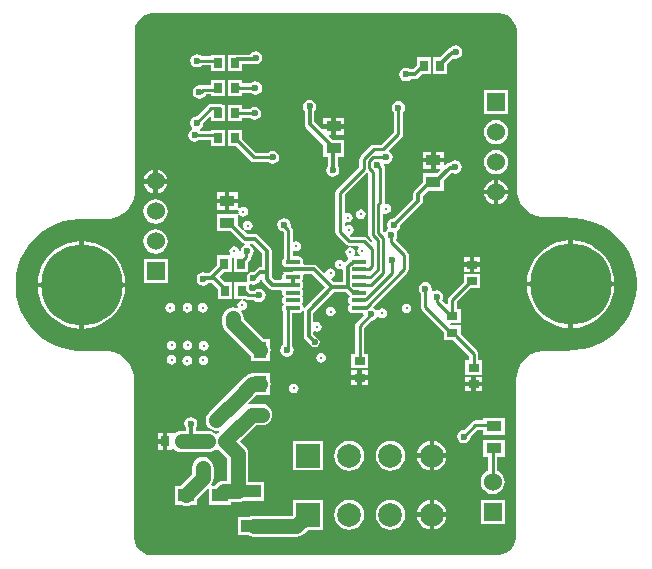
<source format=gbr>
%TF.GenerationSoftware,Altium Limited,Altium Designer,20.0.13 (296)*%
G04 Layer_Physical_Order=4*
G04 Layer_Color=16711680*
%FSLAX25Y25*%
%MOIN*%
%TF.FileFunction,Copper,L4,Bot,Signal*%
%TF.Part,Single*%
G01*
G75*
%TA.AperFunction,SMDPad,CuDef*%
%ADD11R,0.03543X0.02756*%
%ADD14R,0.05118X0.03740*%
%ADD18R,0.02756X0.03543*%
%TA.AperFunction,Conductor*%
%ADD24C,0.01000*%
%ADD25C,0.01181*%
%ADD26C,0.05000*%
%ADD27C,0.02000*%
%TA.AperFunction,ComponentPad*%
%ADD28C,0.07874*%
%ADD29R,0.07874X0.07874*%
%ADD30R,0.06000X0.06000*%
%ADD31C,0.06000*%
%ADD32C,0.27165*%
%TA.AperFunction,ViaPad*%
%ADD33C,0.02362*%
%ADD34C,0.01181*%
%TA.AperFunction,SMDPad,CuDef*%
%ADD35R,0.04331X0.05315*%
%ADD36O,0.05000X0.01575*%
%ADD37R,0.05000X0.01575*%
%ADD38R,0.06693X0.04134*%
%ADD39R,0.05315X0.04331*%
G36*
X636023Y282060D02*
X637163Y281587D01*
X638190Y280901D01*
X639063Y280028D01*
X639749Y279001D01*
X640222Y277860D01*
X640462Y276649D01*
Y276032D01*
X640463Y276031D01*
X640462Y276031D01*
X640505Y223649D01*
X640521Y223566D01*
X640514Y223482D01*
X640592Y222743D01*
X640614Y222672D01*
Y222598D01*
X640915Y221084D01*
X640975Y220938D01*
X641006Y220783D01*
X641597Y219356D01*
X641685Y219225D01*
X641745Y219079D01*
X642603Y217795D01*
X642715Y217684D01*
X642802Y217552D01*
X643894Y216461D01*
X644025Y216373D01*
X644137Y216261D01*
X645421Y215404D01*
X645567Y215343D01*
X645698Y215255D01*
X647124Y214664D01*
X647279Y214633D01*
X647426Y214573D01*
X648939Y214272D01*
X649058D01*
X649174Y214243D01*
X649481Y214228D01*
X649653Y214194D01*
X649820Y214130D01*
X649958Y214133D01*
X650093Y214106D01*
X657766D01*
X657904Y214014D01*
X657968Y214001D01*
X658026Y213969D01*
X658274Y213941D01*
X658518Y213892D01*
X659755D01*
X662212Y213615D01*
X664623Y213065D01*
X666957Y212248D01*
X669185Y211175D01*
X671278Y209859D01*
X673212Y208318D01*
X674960Y206569D01*
X676502Y204636D01*
X677818Y202542D01*
X678891Y200314D01*
X679707Y197980D01*
X680258Y195569D01*
X680535Y193112D01*
Y190639D01*
X680258Y188182D01*
X679707Y185771D01*
X678891Y183437D01*
X677818Y181209D01*
X676502Y179115D01*
X674961Y177182D01*
X673212Y175433D01*
X671278Y173891D01*
X669185Y172576D01*
X666957Y171503D01*
X664623Y170686D01*
X662212Y170136D01*
X659755Y169859D01*
X658518D01*
X658359Y169827D01*
X658196Y169826D01*
X658055Y169767D01*
X658044Y169765D01*
X650206D01*
X650166Y169757D01*
X650127Y169763D01*
X649850Y169749D01*
X649850Y169749D01*
X649078Y169711D01*
X648963Y169682D01*
X648844D01*
X647330Y169381D01*
X647184Y169321D01*
X647029Y169290D01*
X645603Y168699D01*
X645471Y168611D01*
X645325Y168551D01*
X644042Y167693D01*
X643930Y167581D01*
X643798Y167493D01*
X642707Y166402D01*
X642619Y166271D01*
X642507Y166159D01*
X641650Y164875D01*
X641589Y164729D01*
X641501Y164598D01*
X640911Y163172D01*
X640880Y163017D01*
X640819Y162871D01*
X640518Y161356D01*
Y161238D01*
X640489Y161122D01*
X640479Y160921D01*
X640438Y160859D01*
X640407Y160700D01*
X640345Y160551D01*
X640346Y160396D01*
X640316Y160244D01*
Y108385D01*
X640285Y108322D01*
X640271Y108112D01*
X640230Y107905D01*
Y107288D01*
X639989Y106077D01*
X639516Y104936D01*
X638830Y103910D01*
X637957Y103036D01*
X636930Y102350D01*
X635790Y101878D01*
X634579Y101637D01*
X633961D01*
X633847Y101614D01*
X633730Y101620D01*
X633628Y101605D01*
X519570D01*
X519544Y101600D01*
X519517Y101604D01*
X519237Y101539D01*
X518956Y101483D01*
X518933Y101468D01*
X518907Y101462D01*
X518902Y101459D01*
X518632D01*
X517420Y101700D01*
X516280Y102173D01*
X515253Y102859D01*
X514380Y103732D01*
X513694Y104759D01*
X513221Y105899D01*
X512981Y107110D01*
Y107728D01*
X512954Y107859D01*
X512958Y107994D01*
X512909Y108123D01*
Y160204D01*
X512898Y160258D01*
X512906Y160314D01*
X512853Y161077D01*
X512826Y161177D01*
Y161281D01*
X512525Y162795D01*
X512464Y162941D01*
X512434Y163096D01*
X511843Y164522D01*
X511755Y164653D01*
X511694Y164799D01*
X510837Y166083D01*
X510725Y166195D01*
X510637Y166326D01*
X509546Y167418D01*
X509414Y167506D01*
X509303Y167617D01*
X508019Y168475D01*
X507873Y168535D01*
X507741Y168623D01*
X506315Y169214D01*
X506160Y169245D01*
X506014Y169305D01*
X504500Y169606D01*
X504381D01*
X504266Y169635D01*
X503494Y169673D01*
X503457Y169668D01*
X503420Y169675D01*
X495330Y169699D01*
X495183Y169670D01*
X495034Y169672D01*
X495013Y169664D01*
X494251D01*
X491794Y169941D01*
X489383Y170491D01*
X487049Y171308D01*
X484821Y172381D01*
X482727Y173696D01*
X480794Y175238D01*
X479045Y176987D01*
X477503Y178920D01*
X476188Y181014D01*
X475115Y183242D01*
X474298Y185576D01*
X473748Y187987D01*
X473471Y190444D01*
Y192917D01*
X473748Y195374D01*
X474298Y197785D01*
X475115Y200119D01*
X476188Y202347D01*
X477503Y204441D01*
X479045Y206374D01*
X480794Y208123D01*
X482727Y209665D01*
X484821Y210980D01*
X487049Y212053D01*
X489383Y212870D01*
X491794Y213420D01*
X494251Y213697D01*
X495487D01*
X495511Y213702D01*
X495536Y213698D01*
X495607Y213700D01*
X503643D01*
X503759Y213672D01*
X503828Y213684D01*
X503897Y213673D01*
X504668Y213711D01*
X504784Y213740D01*
X504903D01*
X506417Y214041D01*
X506563Y214102D01*
X506718Y214133D01*
X508144Y214723D01*
X508276Y214811D01*
X508422Y214872D01*
X509705Y215729D01*
X509817Y215841D01*
X509948Y215929D01*
X511040Y217020D01*
X511128Y217152D01*
X511239Y217264D01*
X512097Y218547D01*
X512158Y218693D01*
X512245Y218825D01*
X512836Y220251D01*
X512867Y220406D01*
X512927Y220552D01*
X513229Y222066D01*
Y222185D01*
X513258Y222300D01*
X513296Y223072D01*
X513289Y223112D01*
X513297Y223152D01*
X513259Y275551D01*
X513244Y275626D01*
X513252Y275704D01*
X513216Y276068D01*
Y276608D01*
X513457Y277819D01*
X513930Y278960D01*
X514616Y279987D01*
X515489Y280860D01*
X516516Y281546D01*
X517656Y282018D01*
X518867Y282259D01*
X519485D01*
X519489Y282260D01*
X519493Y282259D01*
X519775Y282261D01*
X633945Y282261D01*
X634070Y282286D01*
X634197Y282281D01*
X634321Y282300D01*
X634811D01*
X636023Y282060D01*
D02*
G37*
%LPC*%
G36*
X620128Y271464D02*
X619277Y271295D01*
X618556Y270813D01*
X618370Y270534D01*
X618261Y270513D01*
X617734Y270161D01*
X615108Y267535D01*
X612646D01*
Y261991D01*
X617402D01*
Y265241D01*
X619335Y267174D01*
X620128Y267017D01*
X620979Y267186D01*
X621701Y267668D01*
X622183Y268389D01*
X622352Y269240D01*
X622183Y270091D01*
X621701Y270813D01*
X620979Y271295D01*
X620128Y271464D01*
D02*
G37*
G36*
X553488Y269560D02*
X552637Y269391D01*
X551916Y268909D01*
X551581Y268408D01*
X547325D01*
X547168Y268377D01*
X544159D01*
Y262834D01*
X548915D01*
Y265165D01*
X552619D01*
X552922Y265225D01*
X553488Y265112D01*
X554340Y265282D01*
X555061Y265764D01*
X555543Y266485D01*
X555712Y267336D01*
X555543Y268187D01*
X555061Y268909D01*
X554340Y269391D01*
X553488Y269560D01*
D02*
G37*
G36*
X611890Y267535D02*
X607134D01*
Y264679D01*
X605905Y263450D01*
X605112D01*
X604475Y263875D01*
X603624Y264044D01*
X602773Y263875D01*
X602052Y263393D01*
X601570Y262671D01*
X601400Y261821D01*
X601570Y260969D01*
X602052Y260248D01*
X602773Y259766D01*
X603624Y259597D01*
X604475Y259766D01*
X605134Y260206D01*
X606577D01*
X607197Y260330D01*
X607724Y260681D01*
X609033Y261991D01*
X611890D01*
Y267535D01*
D02*
G37*
G36*
X534004Y268552D02*
X533153Y268383D01*
X532432Y267901D01*
X531950Y267180D01*
X531780Y266329D01*
X531950Y265478D01*
X532432Y264756D01*
X533153Y264274D01*
X534004Y264105D01*
X534855Y264274D01*
X535577Y264756D01*
X535605Y264799D01*
X538647D01*
Y262834D01*
X543403D01*
Y268377D01*
X538647D01*
Y267858D01*
X535605D01*
X535577Y267901D01*
X534855Y268383D01*
X534004Y268552D01*
D02*
G37*
G36*
X543403Y260055D02*
X538647D01*
Y258232D01*
X535944D01*
X535359Y258116D01*
X535231Y258030D01*
X534770Y258121D01*
X533919Y257952D01*
X533198Y257470D01*
X532716Y256749D01*
X532547Y255897D01*
X532716Y255047D01*
X533198Y254325D01*
X533919Y253843D01*
X534770Y253674D01*
X535622Y253843D01*
X536343Y254325D01*
X536825Y255047D01*
X536850Y255173D01*
X538647D01*
Y254512D01*
X543403D01*
Y260055D01*
D02*
G37*
G36*
X548915D02*
X544159D01*
Y254512D01*
X548915D01*
Y255721D01*
X551854D01*
X551883Y255678D01*
X552604Y255196D01*
X553455Y255027D01*
X554306Y255196D01*
X555028Y255678D01*
X555510Y256400D01*
X555679Y257251D01*
X555510Y258102D01*
X555028Y258823D01*
X554306Y259305D01*
X553455Y259474D01*
X552604Y259305D01*
X551883Y258823D01*
X551854Y258780D01*
X548915D01*
Y260055D01*
D02*
G37*
G36*
X637638Y256554D02*
X629638D01*
Y248554D01*
X637638D01*
Y256554D01*
D02*
G37*
G36*
X541733Y252024D02*
X538752D01*
X538167Y251908D01*
X537671Y251576D01*
X533915Y247820D01*
X533864Y247831D01*
X533013Y247661D01*
X532291Y247179D01*
X531809Y246458D01*
X531640Y245607D01*
X531809Y244756D01*
X532291Y244034D01*
X532328Y244010D01*
X532241Y243467D01*
X531636Y243063D01*
X531154Y242341D01*
X530985Y241490D01*
X531154Y240639D01*
X531636Y239918D01*
X532358Y239436D01*
X533209Y239267D01*
X534060Y239436D01*
X534781Y239918D01*
X534810Y239961D01*
X538647D01*
Y237869D01*
X543403D01*
Y243412D01*
X538647D01*
Y243020D01*
X535241D01*
X535079Y243209D01*
X535170Y243857D01*
X535436Y244034D01*
X535918Y244756D01*
X536088Y245607D01*
X536077Y245658D01*
X538185Y247765D01*
X538647Y247574D01*
Y246190D01*
X543403D01*
Y251734D01*
X542579D01*
X542318Y251908D01*
X541733Y252024D01*
D02*
G37*
G36*
X548915Y251734D02*
X544159D01*
Y246190D01*
X548915D01*
Y247308D01*
X551536D01*
X551565Y247265D01*
X552287Y246783D01*
X553138Y246614D01*
X553989Y246783D01*
X554710Y247265D01*
X555192Y247986D01*
X555362Y248837D01*
X555192Y249688D01*
X554710Y250410D01*
X553989Y250892D01*
X553138Y251061D01*
X552287Y250892D01*
X551565Y250410D01*
X551536Y250367D01*
X548915D01*
Y251734D01*
D02*
G37*
G36*
X583085Y247307D02*
X580276D01*
Y245187D01*
X583085D01*
Y247307D01*
D02*
G37*
G36*
X578776D02*
X575967D01*
Y245187D01*
X578776D01*
Y247307D01*
D02*
G37*
G36*
X583085Y243687D02*
X580276D01*
Y241567D01*
X583085D01*
Y243687D01*
D02*
G37*
G36*
X633638Y246588D02*
X632593Y246451D01*
X631620Y246048D01*
X630785Y245407D01*
X630144Y244571D01*
X629740Y243598D01*
X629603Y242554D01*
X629740Y241510D01*
X630144Y240537D01*
X630785Y239701D01*
X631620Y239060D01*
X632593Y238657D01*
X633638Y238519D01*
X634682Y238657D01*
X635655Y239060D01*
X636490Y239701D01*
X637132Y240537D01*
X637535Y241510D01*
X637672Y242554D01*
X637535Y243598D01*
X637132Y244571D01*
X636490Y245407D01*
X635655Y246048D01*
X634682Y246451D01*
X633638Y246588D01*
D02*
G37*
G36*
X616280Y236063D02*
X613471D01*
Y233943D01*
X616280D01*
Y236063D01*
D02*
G37*
G36*
X611971D02*
X609162D01*
Y233943D01*
X611971D01*
Y236063D01*
D02*
G37*
G36*
X548915Y243412D02*
X544159D01*
Y237869D01*
X547106D01*
X551878Y233096D01*
X552374Y232765D01*
X552960Y232648D01*
X557578D01*
X557607Y232605D01*
X558328Y232123D01*
X559179Y231954D01*
X560031Y232123D01*
X560752Y232605D01*
X561234Y233327D01*
X561403Y234178D01*
X561234Y235029D01*
X560752Y235750D01*
X560031Y236232D01*
X559179Y236402D01*
X558328Y236232D01*
X557607Y235750D01*
X557578Y235707D01*
X553593D01*
X548915Y240385D01*
Y243412D01*
D02*
G37*
G36*
X611971Y232442D02*
X609162D01*
Y230322D01*
X611971D01*
Y232442D01*
D02*
G37*
G36*
X601079Y252968D02*
X600228Y252799D01*
X599506Y252317D01*
X599024Y251595D01*
X598855Y250744D01*
X599024Y249893D01*
X599506Y249172D01*
X599549Y249143D01*
Y242464D01*
X595414Y238328D01*
X592851D01*
X592266Y238211D01*
X591770Y237880D01*
X588481Y234591D01*
X588150Y234095D01*
X588033Y233510D01*
Y230947D01*
X580524Y223439D01*
X580193Y222942D01*
X580077Y222357D01*
Y209264D01*
X580193Y208678D01*
X580524Y208182D01*
X583595Y205112D01*
X584091Y204781D01*
X584676Y204664D01*
X587775D01*
X587927Y204164D01*
X587878Y204131D01*
X587526Y203605D01*
X587403Y202985D01*
X587526Y202364D01*
X587878Y201838D01*
X588197Y201625D01*
X588045Y201125D01*
X586595D01*
X586328Y201625D01*
X586498Y201879D01*
X586622Y202500D01*
X586498Y203121D01*
X586147Y203647D01*
X585621Y203998D01*
X585000Y204122D01*
X584379Y203998D01*
X583853Y203647D01*
X583502Y203121D01*
X583378Y202500D01*
X583502Y201879D01*
X583853Y201353D01*
X584351Y201021D01*
Y200009D01*
X584176Y199892D01*
X583441Y199157D01*
X583370Y199140D01*
X582825Y199248D01*
X582610Y199569D01*
X582084Y199920D01*
X581463Y200044D01*
X580843Y199920D01*
X580317Y199569D01*
X579965Y199043D01*
X579842Y198422D01*
X579965Y197802D01*
X580317Y197275D01*
X580843Y196924D01*
X581463Y196800D01*
X582048Y196917D01*
X582161Y196910D01*
X582548Y196704D01*
Y192464D01*
X579559D01*
X578629Y193394D01*
X578793Y193937D01*
X579121Y194002D01*
X579647Y194353D01*
X579998Y194879D01*
X580122Y195500D01*
X579998Y196121D01*
X579647Y196647D01*
X579121Y196998D01*
X578500Y197122D01*
X577879Y196998D01*
X577353Y196647D01*
X577002Y196121D01*
X576937Y195793D01*
X576394Y195629D01*
X574099Y197924D01*
X573573Y198275D01*
X572952Y198399D01*
X569642D01*
X569299Y198899D01*
X569386Y199337D01*
X569247Y200035D01*
X568852Y200626D01*
X568261Y201021D01*
X567563Y201160D01*
X565864D01*
Y202816D01*
X566305Y203051D01*
X566379Y203002D01*
X567000Y202878D01*
X567621Y203002D01*
X568147Y203353D01*
X568498Y203879D01*
X568622Y204500D01*
X568498Y205121D01*
X568147Y205647D01*
X567621Y205998D01*
X567000Y206122D01*
X566379Y205998D01*
X566305Y205948D01*
X565864Y206184D01*
Y209971D01*
X565748Y210556D01*
X565416Y211052D01*
X565152Y211316D01*
X565223Y211675D01*
X565054Y212526D01*
X564572Y213247D01*
X563850Y213729D01*
X562999Y213899D01*
X562148Y213729D01*
X561427Y213247D01*
X560945Y212526D01*
X560776Y211675D01*
X560945Y210824D01*
X561427Y210102D01*
X562148Y209620D01*
X562615Y209527D01*
X562805Y209337D01*
Y200560D01*
X562455Y200035D01*
X562316Y199337D01*
X562455Y198640D01*
X562844Y198057D01*
X562490Y197527D01*
X564075D01*
X564138Y197515D01*
X565851D01*
Y196040D01*
X564138D01*
X564075Y196027D01*
X562490D01*
X562844Y195497D01*
X562455Y194915D01*
X562316Y194217D01*
X562403Y193779D01*
X562060Y193279D01*
X559744D01*
X558911Y194112D01*
Y195847D01*
Y203065D01*
X558787Y203686D01*
X558435Y204212D01*
X554451Y208196D01*
X553925Y208548D01*
X553304Y208671D01*
X550655D01*
X549527Y209800D01*
X549846Y210188D01*
X550272Y209903D01*
X550892Y209780D01*
X551513Y209903D01*
X552039Y210255D01*
X552390Y210781D01*
X552514Y211402D01*
X552390Y212022D01*
X552039Y212548D01*
X551513Y212900D01*
X550892Y213023D01*
X550272Y212900D01*
X549746Y212548D01*
X549394Y212022D01*
X549271Y211402D01*
X549394Y210781D01*
X549679Y210355D01*
X549290Y210036D01*
X547589Y211737D01*
Y214733D01*
X547589Y214972D01*
X548090Y215124D01*
X548242Y214896D01*
X548768Y214544D01*
X549389Y214421D01*
X550009Y214544D01*
X550535Y214896D01*
X550887Y215422D01*
X551010Y216043D01*
X550887Y216663D01*
X550535Y217189D01*
X550009Y217541D01*
X549389Y217664D01*
X548768Y217541D01*
X548242Y217189D01*
X547772Y217057D01*
Y217057D01*
X547772D01*
X547772Y217057D01*
X547589Y217113D01*
X547589Y217146D01*
Y218847D01*
X544780D01*
Y216727D01*
X547393Y216727D01*
X547515Y216613D01*
X547810Y216256D01*
X547767Y216043D01*
X547860Y215577D01*
X547861Y215571D01*
X547525Y215216D01*
X547467Y215184D01*
X547177Y215184D01*
X540471D01*
Y209444D01*
X545296D01*
X548837Y205903D01*
X549363Y205551D01*
X549983Y205428D01*
X549945Y204944D01*
X549811Y204917D01*
X549089Y204435D01*
X548607Y203714D01*
X548528Y203317D01*
X548438Y202863D01*
X547965Y202855D01*
X547843Y203469D01*
X547492Y203995D01*
X546965Y204347D01*
X546345Y204470D01*
X545724Y204347D01*
X545198Y203995D01*
X544847Y203469D01*
X544723Y202849D01*
X544847Y202228D01*
X544979Y202029D01*
X544712Y201529D01*
X540719D01*
Y198280D01*
X537891Y195451D01*
X537186D01*
X536877Y195658D01*
X536026Y195828D01*
X535175Y195658D01*
X534453Y195176D01*
X533971Y194455D01*
X533802Y193604D01*
X533971Y192753D01*
X534453Y192031D01*
X535175Y191549D01*
X536026Y191380D01*
X536877Y191549D01*
X537598Y192031D01*
X537716Y192208D01*
X538952D01*
X540945Y190215D01*
Y186965D01*
X545701D01*
Y192508D01*
X543239D01*
X541387Y194360D01*
X543013Y195986D01*
X545475D01*
Y200720D01*
X545951Y201018D01*
X546231Y200870D01*
Y195986D01*
X550987D01*
Y199366D01*
X551482Y199862D01*
X551814Y200358D01*
X551930Y200943D01*
Y201087D01*
X552234Y201290D01*
X552716Y202012D01*
X552885Y202863D01*
X552716Y203714D01*
X552234Y204435D01*
X551512Y204917D01*
X551458Y204928D01*
X551507Y205428D01*
X552633D01*
X555667Y202394D01*
Y197468D01*
X554977D01*
X554357Y197345D01*
X553831Y196993D01*
X552906Y196068D01*
X552779Y196093D01*
X551928Y195924D01*
X551206Y195442D01*
X550724Y194721D01*
X550555Y193870D01*
X550724Y193019D01*
X550771Y192949D01*
X550535Y192508D01*
X546457D01*
Y186965D01*
X548914D01*
X548964Y186465D01*
X548439Y186361D01*
X547913Y186009D01*
X547562Y185483D01*
X547438Y184862D01*
X547562Y184242D01*
X547566Y184235D01*
X547234Y183831D01*
X546855Y183988D01*
X545942Y184109D01*
X545028Y183988D01*
X544176Y183636D01*
X543445Y183075D01*
X542884Y182343D01*
X542532Y181492D01*
X542411Y180578D01*
Y178818D01*
X542532Y177904D01*
X542884Y177052D01*
X543445Y176321D01*
X551866Y167901D01*
Y166248D01*
X558197D01*
Y168401D01*
X558441Y168992D01*
X558561Y169905D01*
X558441Y170819D01*
X558197Y171409D01*
Y173563D01*
X556189D01*
X549472Y180280D01*
Y180578D01*
X549352Y181492D01*
X548999Y182343D01*
X548637Y182815D01*
X548919Y183268D01*
X549060Y183240D01*
X549680Y183364D01*
X550206Y183715D01*
X550558Y184242D01*
X550681Y184862D01*
X550558Y185483D01*
X550206Y186009D01*
X549680Y186361D01*
X549156Y186465D01*
X549205Y186965D01*
X550151D01*
X550531Y186711D01*
X551117Y186594D01*
X552982D01*
X553011Y186551D01*
X553732Y186069D01*
X554583Y185900D01*
X555434Y186069D01*
X556156Y186551D01*
X556638Y187272D01*
X556807Y188124D01*
X556638Y188974D01*
X556156Y189696D01*
X555434Y190178D01*
X554583Y190347D01*
X553732Y190178D01*
X553011Y189696D01*
X552982Y189653D01*
X551750D01*
X551213Y190190D01*
Y191762D01*
X551654Y191998D01*
X551928Y191815D01*
X552779Y191646D01*
X553630Y191815D01*
X554351Y192297D01*
X554833Y193019D01*
X554900Y193356D01*
X555167Y193528D01*
X555343Y193497D01*
X555693Y193312D01*
X555791Y192820D01*
X556142Y192294D01*
X557925Y190510D01*
X558451Y190159D01*
X559072Y190035D01*
X562060D01*
X562403Y189535D01*
X562316Y189097D01*
X562455Y188400D01*
X562844Y187817D01*
X562455Y187235D01*
X562316Y186537D01*
X562455Y185840D01*
X562844Y185257D01*
X562455Y184675D01*
X562316Y183977D01*
X562455Y183280D01*
X562680Y182942D01*
Y171643D01*
X562376Y171440D01*
X561894Y170719D01*
X561725Y169868D01*
X561894Y169017D01*
X562376Y168295D01*
X563098Y167813D01*
X563949Y167644D01*
X564800Y167813D01*
X565521Y168295D01*
X566004Y169017D01*
X566173Y169868D01*
X566004Y170719D01*
X565739Y171115D01*
Y182155D01*
X567563D01*
X568261Y182293D01*
X568852Y182689D01*
X569018Y182936D01*
X569518Y182785D01*
Y174575D01*
X569641Y173955D01*
X569992Y173429D01*
X571853Y171569D01*
X572035Y171295D01*
X572561Y170944D01*
X573182Y170820D01*
X573802Y170944D01*
X574329Y171295D01*
X574680Y171822D01*
X574803Y172442D01*
Y172533D01*
X574680Y173153D01*
X574329Y173680D01*
X572761Y175247D01*
Y175923D01*
X573202Y176159D01*
X573275Y176110D01*
X573895Y175987D01*
X574516Y176110D01*
X575042Y176462D01*
X575393Y176988D01*
X575517Y177609D01*
X575393Y178229D01*
X575042Y178755D01*
X574516Y179107D01*
X573895Y179230D01*
X573275Y179107D01*
X573202Y179058D01*
X572761Y179294D01*
Y182422D01*
X579559Y189220D01*
X583498D01*
X584692Y188026D01*
X584714Y188011D01*
X584844Y187817D01*
X584454Y187235D01*
X584316Y186537D01*
X584454Y185840D01*
X584844Y185257D01*
X584454Y184675D01*
X584316Y183977D01*
X584454Y183280D01*
X584850Y182689D01*
X585441Y182293D01*
X586138Y182155D01*
X589330D01*
X589444Y182073D01*
X589518Y181514D01*
X587090Y179086D01*
X586759Y178590D01*
X586642Y178005D01*
Y168627D01*
X585400D01*
Y163871D01*
X590943D01*
Y168627D01*
X589701D01*
Y177371D01*
X591949Y179620D01*
X592000Y179610D01*
X592851Y179779D01*
X593573Y180261D01*
X594013Y180920D01*
X594319Y181004D01*
X594573Y181025D01*
X595047Y180708D01*
X595668Y180585D01*
X596289Y180708D01*
X596815Y181060D01*
X597166Y181586D01*
X597290Y182206D01*
X597166Y182827D01*
X596815Y183353D01*
X596289Y183705D01*
X595668Y183828D01*
X595047Y183705D01*
X594521Y183353D01*
X594365Y183119D01*
X593764Y183119D01*
X593573Y183406D01*
X592894Y183859D01*
X592815Y183979D01*
X592697Y184368D01*
X604075Y195747D01*
X604407Y196243D01*
X604523Y196829D01*
Y201603D01*
X604407Y202188D01*
X604075Y202684D01*
X600151Y206609D01*
X600607Y207292D01*
X600776Y208143D01*
X600607Y208994D01*
X600532Y209105D01*
X600702Y209752D01*
X601122Y210032D01*
X601604Y210754D01*
X601756Y211518D01*
X608842Y218604D01*
X609194Y219130D01*
X609317Y219751D01*
Y221421D01*
X610935Y223039D01*
X616280D01*
Y226486D01*
X618828Y229034D01*
X618861D01*
X619171Y228827D01*
X620022Y228658D01*
X620873Y228827D01*
X621594Y229309D01*
X622076Y230031D01*
X622246Y230882D01*
X622076Y231733D01*
X621594Y232454D01*
X620873Y232936D01*
X620022Y233106D01*
X619171Y232936D01*
X618449Y232454D01*
X618331Y232277D01*
X618157D01*
X617536Y232154D01*
X617010Y231803D01*
X616742Y231535D01*
X616280Y231726D01*
Y232442D01*
X613471D01*
Y230322D01*
X614877D01*
X615068Y229860D01*
X613986Y228779D01*
X609162D01*
Y225853D01*
X606549Y223239D01*
X606197Y222713D01*
X606074Y222093D01*
Y220422D01*
X599463Y213811D01*
X598699Y213659D01*
X597977Y213177D01*
X597495Y212456D01*
X597326Y211605D01*
X597495Y210754D01*
X597570Y210642D01*
X597400Y209996D01*
X596980Y209715D01*
X596766Y209395D01*
X596251Y209336D01*
X595881Y209678D01*
Y215304D01*
X596322Y215540D01*
X596379Y215502D01*
X597000Y215378D01*
X597621Y215502D01*
X598147Y215853D01*
X598498Y216379D01*
X598622Y217000D01*
X598498Y217621D01*
X598147Y218147D01*
X597621Y218498D01*
X597000Y218622D01*
X596622Y219056D01*
X596647Y219180D01*
Y230448D01*
X596530Y231033D01*
X596250Y231452D01*
X596399Y231910D01*
X596419Y231949D01*
X596503Y231994D01*
X596928Y231909D01*
X597779Y232079D01*
X598500Y232561D01*
X598982Y233282D01*
X599152Y234133D01*
X598982Y234984D01*
X598500Y235706D01*
X598095Y235976D01*
X598022Y236610D01*
X602160Y240749D01*
X602492Y241245D01*
X602608Y241830D01*
Y249143D01*
X602651Y249172D01*
X603133Y249893D01*
X603303Y250744D01*
X603133Y251595D01*
X602651Y252317D01*
X601930Y252799D01*
X601079Y252968D01*
D02*
G37*
G36*
X633638Y236588D02*
X632593Y236451D01*
X631620Y236048D01*
X630785Y235407D01*
X630144Y234571D01*
X629740Y233598D01*
X629603Y232554D01*
X629740Y231510D01*
X630144Y230537D01*
X630785Y229701D01*
X631620Y229060D01*
X632593Y228657D01*
X633638Y228519D01*
X634682Y228657D01*
X635655Y229060D01*
X636490Y229701D01*
X637132Y230537D01*
X637535Y231510D01*
X637672Y232554D01*
X637535Y233598D01*
X637132Y234571D01*
X636490Y235407D01*
X635655Y236048D01*
X634682Y236451D01*
X633638Y236588D01*
D02*
G37*
G36*
X571460Y253359D02*
X570609Y253190D01*
X569887Y252708D01*
X569405Y251986D01*
X569236Y251135D01*
X569405Y250284D01*
X569838Y249637D01*
Y245220D01*
X569962Y244599D01*
X570313Y244073D01*
X575967Y238419D01*
Y234283D01*
X577573D01*
Y231377D01*
X577141Y230729D01*
X576971Y229878D01*
X577141Y229027D01*
X577623Y228306D01*
X578344Y227823D01*
X579195Y227654D01*
X580046Y227823D01*
X580767Y228306D01*
X581250Y229027D01*
X581419Y229878D01*
X581250Y230729D01*
X580817Y231377D01*
Y234283D01*
X583085D01*
Y240023D01*
X578949D01*
X577868Y241105D01*
X578059Y241567D01*
X578776D01*
Y243687D01*
X575967D01*
Y243659D01*
X575505Y243468D01*
X573081Y245891D01*
Y249637D01*
X573514Y250284D01*
X573684Y251135D01*
X573514Y251986D01*
X573032Y252708D01*
X572311Y253190D01*
X571460Y253359D01*
D02*
G37*
G36*
X520889Y230073D02*
Y226887D01*
X524075D01*
X524036Y227181D01*
X523633Y228154D01*
X522992Y228990D01*
X522156Y229631D01*
X521183Y230034D01*
X520889Y230073D01*
D02*
G37*
G36*
X519389D02*
X519095Y230034D01*
X518122Y229631D01*
X517286Y228990D01*
X516645Y228154D01*
X516242Y227181D01*
X516203Y226887D01*
X519389D01*
Y230073D01*
D02*
G37*
G36*
X634388Y226490D02*
Y223304D01*
X637573D01*
X637535Y223598D01*
X637132Y224571D01*
X636490Y225407D01*
X635655Y226048D01*
X634682Y226451D01*
X634388Y226490D01*
D02*
G37*
G36*
X632888D02*
X632593Y226451D01*
X631620Y226048D01*
X630785Y225407D01*
X630144Y224571D01*
X629740Y223598D01*
X629702Y223304D01*
X632888D01*
Y226490D01*
D02*
G37*
G36*
X524075Y225387D02*
X520889D01*
Y222201D01*
X521183Y222240D01*
X522156Y222643D01*
X522992Y223284D01*
X523633Y224120D01*
X524036Y225093D01*
X524075Y225387D01*
D02*
G37*
G36*
X519389D02*
X516203D01*
X516242Y225093D01*
X516645Y224120D01*
X517286Y223284D01*
X518122Y222643D01*
X519095Y222240D01*
X519389Y222201D01*
Y225387D01*
D02*
G37*
G36*
X547589Y222467D02*
X544780D01*
Y220347D01*
X547589D01*
Y222467D01*
D02*
G37*
G36*
X543280D02*
X540471D01*
Y220347D01*
X543280D01*
Y222467D01*
D02*
G37*
G36*
X637573Y221804D02*
X634388D01*
Y218618D01*
X634682Y218657D01*
X635655Y219060D01*
X636490Y219701D01*
X637132Y220537D01*
X637535Y221510D01*
X637573Y221804D01*
D02*
G37*
G36*
X632888D02*
X629702D01*
X629740Y221510D01*
X630144Y220537D01*
X630785Y219701D01*
X631620Y219060D01*
X632593Y218657D01*
X632888Y218618D01*
Y221804D01*
D02*
G37*
G36*
X543280Y218847D02*
X540471D01*
Y216727D01*
X543280Y216727D01*
Y218847D01*
D02*
G37*
G36*
X520139Y220171D02*
X519095Y220034D01*
X518122Y219631D01*
X517286Y218990D01*
X516645Y218154D01*
X516242Y217181D01*
X516105Y216137D01*
X516242Y215093D01*
X516645Y214120D01*
X517286Y213284D01*
X518122Y212643D01*
X519095Y212240D01*
X520139Y212102D01*
X521183Y212240D01*
X522156Y212643D01*
X522992Y213284D01*
X523633Y214120D01*
X524036Y215093D01*
X524173Y216137D01*
X524036Y217181D01*
X523633Y218154D01*
X522992Y218990D01*
X522156Y219631D01*
X521183Y220034D01*
X520139Y220171D01*
D02*
G37*
G36*
Y210171D02*
X519095Y210034D01*
X518122Y209631D01*
X517286Y208990D01*
X516645Y208154D01*
X516242Y207181D01*
X516105Y206137D01*
X516242Y205093D01*
X516645Y204120D01*
X517286Y203284D01*
X518122Y202643D01*
X519095Y202240D01*
X520139Y202102D01*
X521183Y202240D01*
X522156Y202643D01*
X522992Y203284D01*
X523633Y204120D01*
X524036Y205093D01*
X524173Y206137D01*
X524036Y207181D01*
X523633Y208154D01*
X522992Y208990D01*
X522156Y209631D01*
X521183Y210034D01*
X520139Y210171D01*
D02*
G37*
G36*
X628455Y200792D02*
X626433D01*
Y199164D01*
X628455D01*
Y200792D01*
D02*
G37*
G36*
X624933D02*
X622912D01*
Y199164D01*
X624933D01*
Y200792D01*
D02*
G37*
G36*
X628455Y197664D02*
X626433D01*
Y196036D01*
X628455D01*
Y197664D01*
D02*
G37*
G36*
X624933D02*
X622912D01*
Y196036D01*
X624933D01*
Y197664D01*
D02*
G37*
G36*
X659273Y206438D02*
Y192619D01*
X673092D01*
X672971Y194158D01*
X672435Y196390D01*
X671557Y198510D01*
X670358Y200467D01*
X668867Y202213D01*
X667121Y203703D01*
X665164Y204903D01*
X663044Y205781D01*
X660812Y206317D01*
X659273Y206438D01*
D02*
G37*
G36*
X657773D02*
X656235Y206317D01*
X654003Y205781D01*
X651883Y204903D01*
X649925Y203703D01*
X648180Y202213D01*
X646689Y200467D01*
X645490Y198510D01*
X644612Y196390D01*
X644076Y194158D01*
X643955Y192619D01*
X657773D01*
Y206438D01*
D02*
G37*
G36*
X496219Y206176D02*
Y192357D01*
X510037D01*
X509916Y193895D01*
X509380Y196127D01*
X508502Y198248D01*
X507303Y200205D01*
X505812Y201950D01*
X504067Y203441D01*
X502109Y204640D01*
X499989Y205519D01*
X497757Y206055D01*
X496219Y206176D01*
D02*
G37*
G36*
X494719D02*
X493180Y206055D01*
X490948Y205519D01*
X488828Y204640D01*
X486871Y203441D01*
X485125Y201950D01*
X483635Y200205D01*
X482435Y198248D01*
X481557Y196127D01*
X481021Y193895D01*
X480900Y192357D01*
X494719D01*
Y206176D01*
D02*
G37*
G36*
X524139Y200137D02*
X516139D01*
Y192137D01*
X524139D01*
Y200137D01*
D02*
G37*
G36*
X628455Y195280D02*
X622912D01*
Y192687D01*
X617991Y187767D01*
X617660Y187270D01*
X617543Y186685D01*
Y185217D01*
X617081Y185025D01*
X615648Y186458D01*
X615891Y186821D01*
X616060Y187672D01*
X615891Y188523D01*
X615408Y189244D01*
X614687Y189727D01*
X613836Y189896D01*
X612985Y189727D01*
X612609Y189475D01*
X612159Y189776D01*
X612280Y190386D01*
X612111Y191237D01*
X611629Y191958D01*
X610907Y192440D01*
X610056Y192609D01*
X609205Y192440D01*
X608484Y191958D01*
X608002Y191237D01*
X607832Y190386D01*
X608002Y189535D01*
X608484Y188813D01*
X608527Y188784D01*
Y184376D01*
X608643Y183790D01*
X608975Y183294D01*
X616301Y175968D01*
Y173375D01*
X619288D01*
X624654Y168009D01*
Y166475D01*
X623412D01*
Y161720D01*
X628955D01*
Y166475D01*
X627713D01*
Y168642D01*
X627596Y169228D01*
X627265Y169724D01*
X621844Y175144D01*
Y178131D01*
X618529D01*
X618306Y178410D01*
X618516Y178887D01*
X621844D01*
Y183643D01*
X620602D01*
Y186052D01*
X625074Y190524D01*
X628455D01*
Y195280D01*
D02*
G37*
G36*
X535868Y185634D02*
X535248Y185510D01*
X534722Y185159D01*
X534370Y184633D01*
X534247Y184012D01*
X534370Y183391D01*
X534722Y182865D01*
X535248Y182514D01*
X535868Y182390D01*
X536489Y182514D01*
X537015Y182865D01*
X537366Y183391D01*
X537490Y184012D01*
X537366Y184633D01*
X537015Y185159D01*
X536489Y185510D01*
X535868Y185634D01*
D02*
G37*
G36*
X530754D02*
X530133Y185510D01*
X529607Y185159D01*
X529256Y184633D01*
X529132Y184012D01*
X529256Y183391D01*
X529607Y182865D01*
X530133Y182514D01*
X530754Y182390D01*
X531375Y182514D01*
X531901Y182865D01*
X532252Y183391D01*
X532376Y184012D01*
X532252Y184633D01*
X531901Y185159D01*
X531375Y185510D01*
X530754Y185634D01*
D02*
G37*
G36*
X525020D02*
X524400Y185510D01*
X523873Y185159D01*
X523522Y184633D01*
X523398Y184012D01*
X523522Y183391D01*
X523873Y182865D01*
X524400Y182514D01*
X525020Y182390D01*
X525641Y182514D01*
X526167Y182865D01*
X526518Y183391D01*
X526642Y184012D01*
X526518Y184633D01*
X526167Y185159D01*
X525641Y185510D01*
X525020Y185634D01*
D02*
G37*
G36*
X603826Y185415D02*
X603206Y185292D01*
X602679Y184940D01*
X602328Y184414D01*
X602205Y183794D01*
X602328Y183173D01*
X602679Y182647D01*
X603206Y182295D01*
X603826Y182172D01*
X604447Y182295D01*
X604973Y182647D01*
X605325Y183173D01*
X605448Y183794D01*
X605325Y184414D01*
X604973Y184940D01*
X604447Y185292D01*
X603826Y185415D01*
D02*
G37*
G36*
X578505Y184390D02*
X577884Y184266D01*
X577358Y183915D01*
X577006Y183388D01*
X576883Y182768D01*
X577006Y182147D01*
X577358Y181621D01*
X577884Y181270D01*
X578505Y181146D01*
X579125Y181270D01*
X579651Y181621D01*
X580003Y182147D01*
X580126Y182768D01*
X580003Y183388D01*
X579651Y183915D01*
X579125Y184266D01*
X578505Y184390D01*
D02*
G37*
G36*
X673092Y191119D02*
X659273D01*
Y177301D01*
X660812Y177422D01*
X663044Y177957D01*
X665164Y178836D01*
X667121Y180035D01*
X668867Y181526D01*
X670358Y183271D01*
X671557Y185229D01*
X672435Y187349D01*
X672971Y189581D01*
X673092Y191119D01*
D02*
G37*
G36*
X657773D02*
X643955D01*
X644076Y189581D01*
X644612Y187349D01*
X645490Y185229D01*
X646689Y183271D01*
X648180Y181526D01*
X649925Y180035D01*
X651883Y178836D01*
X654003Y177957D01*
X656235Y177422D01*
X657773Y177301D01*
Y191119D01*
D02*
G37*
G36*
X510037Y190857D02*
X496219D01*
Y177038D01*
X497757Y177159D01*
X499989Y177695D01*
X502109Y178574D01*
X504067Y179773D01*
X505812Y181263D01*
X507303Y183009D01*
X508502Y184966D01*
X509380Y187087D01*
X509916Y189319D01*
X510037Y190857D01*
D02*
G37*
G36*
X494719D02*
X480900D01*
X481021Y189319D01*
X481557Y187087D01*
X482435Y184966D01*
X483635Y183009D01*
X485125Y181263D01*
X486871Y179773D01*
X488828Y178574D01*
X490948Y177695D01*
X493180Y177159D01*
X494719Y177038D01*
Y190857D01*
D02*
G37*
G36*
X530822Y173160D02*
X530201Y173037D01*
X529675Y172685D01*
X529324Y172159D01*
X529200Y171539D01*
X529324Y170918D01*
X529675Y170392D01*
X530201Y170040D01*
X530822Y169917D01*
X531443Y170040D01*
X531969Y170392D01*
X532320Y170918D01*
X532444Y171539D01*
X532320Y172159D01*
X531969Y172685D01*
X531443Y173037D01*
X530822Y173160D01*
D02*
G37*
G36*
X525460Y173080D02*
X524839Y172957D01*
X524313Y172605D01*
X523961Y172079D01*
X523838Y171459D01*
X523961Y170838D01*
X524313Y170312D01*
X524839Y169960D01*
X525460Y169837D01*
X526080Y169960D01*
X526606Y170312D01*
X526958Y170838D01*
X527081Y171459D01*
X526958Y172079D01*
X526606Y172605D01*
X526080Y172957D01*
X525460Y173080D01*
D02*
G37*
G36*
X536243Y172952D02*
X535623Y172829D01*
X535097Y172477D01*
X534745Y171951D01*
X534621Y171330D01*
X534745Y170710D01*
X535097Y170184D01*
X535623Y169832D01*
X536243Y169709D01*
X536864Y169832D01*
X537390Y170184D01*
X537742Y170710D01*
X537865Y171330D01*
X537742Y171951D01*
X537390Y172477D01*
X536864Y172829D01*
X536243Y172952D01*
D02*
G37*
G36*
X575311Y168983D02*
X574690Y168860D01*
X574164Y168508D01*
X573813Y167982D01*
X573689Y167361D01*
X573813Y166741D01*
X574164Y166215D01*
X574690Y165863D01*
X575311Y165740D01*
X575932Y165863D01*
X576458Y166215D01*
X576809Y166741D01*
X576933Y167361D01*
X576809Y167982D01*
X576458Y168508D01*
X575932Y168860D01*
X575311Y168983D01*
D02*
G37*
G36*
X525488Y168342D02*
X524867Y168218D01*
X524341Y167867D01*
X523989Y167341D01*
X523866Y166720D01*
X523989Y166099D01*
X524341Y165573D01*
X524867Y165222D01*
X525488Y165098D01*
X526108Y165222D01*
X526634Y165573D01*
X526986Y166099D01*
X527109Y166720D01*
X526986Y167341D01*
X526634Y167867D01*
X526108Y168218D01*
X525488Y168342D01*
D02*
G37*
G36*
X536098Y168064D02*
X535477Y167940D01*
X534951Y167589D01*
X534599Y167063D01*
X534476Y166442D01*
X534599Y165822D01*
X534951Y165296D01*
X535477Y164944D01*
X536098Y164821D01*
X536718Y164944D01*
X537245Y165296D01*
X537596Y165822D01*
X537719Y166442D01*
X537596Y167063D01*
X537245Y167589D01*
X536718Y167940D01*
X536098Y168064D01*
D02*
G37*
G36*
X530724Y168005D02*
X530103Y167881D01*
X529577Y167530D01*
X529225Y167004D01*
X529102Y166383D01*
X529225Y165762D01*
X529577Y165236D01*
X530103Y164885D01*
X530724Y164761D01*
X531344Y164885D01*
X531871Y165236D01*
X532222Y165762D01*
X532345Y166383D01*
X532222Y167004D01*
X531871Y167530D01*
X531344Y167881D01*
X530724Y168005D01*
D02*
G37*
G36*
X590943Y163116D02*
X588921D01*
Y161487D01*
X590943D01*
Y163116D01*
D02*
G37*
G36*
X587422D02*
X585400D01*
Y161487D01*
X587422D01*
Y163116D01*
D02*
G37*
G36*
X628955Y160963D02*
X626933D01*
Y159336D01*
X628955D01*
Y160963D01*
D02*
G37*
G36*
X625433D02*
X623412D01*
Y159336D01*
X625433D01*
Y160963D01*
D02*
G37*
G36*
X590943Y159987D02*
X588921D01*
Y158360D01*
X590943D01*
Y159987D01*
D02*
G37*
G36*
X587422D02*
X585400D01*
Y158360D01*
X587422D01*
Y159987D01*
D02*
G37*
G36*
X628955Y157836D02*
X626933D01*
Y156208D01*
X628955D01*
Y157836D01*
D02*
G37*
G36*
X625433D02*
X623412D01*
Y156208D01*
X625433D01*
Y157836D01*
D02*
G37*
G36*
X566257Y158757D02*
X565636Y158633D01*
X565110Y158282D01*
X564758Y157756D01*
X564635Y157135D01*
X564758Y156515D01*
X565110Y155989D01*
X565636Y155637D01*
X566257Y155514D01*
X566877Y155637D01*
X567403Y155989D01*
X567755Y156515D01*
X567878Y157135D01*
X567755Y157756D01*
X567403Y158282D01*
X566877Y158633D01*
X566257Y158757D01*
D02*
G37*
G36*
X558197Y162342D02*
X551866D01*
Y161993D01*
X551440Y161937D01*
X550589Y161585D01*
X549858Y161024D01*
X549858Y161023D01*
X545324Y156490D01*
X545324Y156490D01*
X537857Y149022D01*
X537296Y148291D01*
X536943Y147440D01*
X536823Y146526D01*
X536943Y145613D01*
X537296Y144761D01*
X537857Y144030D01*
X538588Y143469D01*
X539439Y143116D01*
X540353Y142996D01*
X541166Y143103D01*
X541358Y142850D01*
X541424Y142654D01*
X541042Y142272D01*
X540878D01*
Y142272D01*
X540393Y142072D01*
X540122Y142272D01*
Y142272D01*
X539666Y142377D01*
X539431Y142557D01*
X538579Y142910D01*
X537665Y143030D01*
X537547Y143015D01*
X533522D01*
Y143798D01*
X533955Y144446D01*
X534124Y145297D01*
X533955Y146148D01*
X533472Y146870D01*
X532751Y147352D01*
X531900Y147521D01*
X531049Y147352D01*
X530328Y146870D01*
X529845Y146148D01*
X529676Y145297D01*
X529845Y144446D01*
X530278Y143798D01*
Y143015D01*
X528833D01*
X527919Y142894D01*
X527068Y142542D01*
X526696Y142256D01*
X526455D01*
Y142191D01*
X526199Y141980D01*
X525699Y142186D01*
Y142256D01*
X524071D01*
Y139484D01*
Y136713D01*
X525699D01*
Y136782D01*
X526199Y136988D01*
X526455Y136777D01*
Y136713D01*
X526696D01*
X527068Y136427D01*
X527919Y136074D01*
X528833Y135954D01*
X537650D01*
X538563Y136074D01*
X539415Y136427D01*
X539808Y136728D01*
X540122D01*
Y136728D01*
X540622Y136933D01*
X540878Y136728D01*
Y136728D01*
X541278Y136486D01*
X543928Y133835D01*
Y126337D01*
X542917D01*
X542003Y126217D01*
X541152Y125864D01*
X540421Y125303D01*
X539783Y124665D01*
X539017D01*
X538771Y125165D01*
X539002Y125467D01*
X539355Y126319D01*
X539475Y127232D01*
Y130725D01*
X539355Y131639D01*
X539002Y132491D01*
X538441Y133222D01*
X537710Y133783D01*
X536859Y134135D01*
X535945Y134256D01*
X535031Y134135D01*
X534180Y133783D01*
X533449Y133222D01*
X532888Y132491D01*
X532535Y131639D01*
X532415Y130725D01*
Y128695D01*
X528385Y124665D01*
X526732D01*
Y118335D01*
X528886D01*
X529476Y118090D01*
X530390Y117970D01*
X531304Y118090D01*
X531894Y118335D01*
X534047D01*
Y120342D01*
X537491Y123786D01*
X537953Y123594D01*
Y118335D01*
X545268D01*
Y119277D01*
X547459D01*
X548372Y119397D01*
X549200Y119740D01*
X556347D01*
Y125874D01*
X550989D01*
Y135297D01*
X550869Y136211D01*
X550516Y137063D01*
X549955Y137794D01*
X548252Y139497D01*
X553627Y144872D01*
X555546D01*
X556460Y144993D01*
X557311Y145345D01*
X558043Y145906D01*
X558604Y146638D01*
X558956Y147489D01*
X559076Y148403D01*
X558956Y149316D01*
X558604Y150168D01*
X558043Y150899D01*
X557311Y151460D01*
X556460Y151813D01*
X555546Y151933D01*
X552165D01*
X552165Y151933D01*
X551352Y151826D01*
X551160Y152079D01*
X551094Y152275D01*
X553816Y154997D01*
X554874D01*
X555103Y155027D01*
X558197D01*
Y157181D01*
X558441Y157771D01*
X558561Y158685D01*
X558441Y159599D01*
X558197Y160189D01*
Y162342D01*
D02*
G37*
G36*
X636559Y147370D02*
X629441D01*
Y146457D01*
X626780D01*
X626195Y146340D01*
X625699Y146009D01*
X622972Y143282D01*
X622921Y143292D01*
X622070Y143123D01*
X621348Y142640D01*
X620866Y141919D01*
X620697Y141068D01*
X620866Y140217D01*
X621348Y139496D01*
X622070Y139014D01*
X622921Y138844D01*
X623772Y139014D01*
X624493Y139496D01*
X624975Y140217D01*
X625145Y141068D01*
X625135Y141119D01*
X627414Y143398D01*
X629441D01*
Y141630D01*
X636559D01*
Y147370D01*
D02*
G37*
G36*
X522571Y142256D02*
X520943D01*
Y140234D01*
X522571D01*
Y142256D01*
D02*
G37*
G36*
Y138734D02*
X520943D01*
Y136713D01*
X522571D01*
Y138734D01*
D02*
G37*
G36*
X612983Y139599D02*
Y135468D01*
X617114D01*
X617043Y136007D01*
X616545Y137208D01*
X615754Y138239D01*
X614723Y139031D01*
X613522Y139528D01*
X612983Y139599D01*
D02*
G37*
G36*
X611483D02*
X610944Y139528D01*
X609743Y139031D01*
X608712Y138239D01*
X607920Y137208D01*
X607423Y136007D01*
X607352Y135468D01*
X611483D01*
Y139599D01*
D02*
G37*
G36*
X617114Y133968D02*
X612983D01*
Y129837D01*
X613522Y129908D01*
X614723Y130406D01*
X615754Y131197D01*
X616545Y132228D01*
X617043Y133429D01*
X617114Y133968D01*
D02*
G37*
G36*
X611483D02*
X607352D01*
X607423Y133429D01*
X607920Y132228D01*
X608712Y131197D01*
X609743Y130406D01*
X610944Y129908D01*
X611483Y129837D01*
Y133968D01*
D02*
G37*
G36*
X575831Y139655D02*
X565957D01*
Y129781D01*
X575831D01*
Y139655D01*
D02*
G37*
G36*
X598453Y139698D02*
X597164Y139528D01*
X595963Y139031D01*
X594932Y138239D01*
X594141Y137208D01*
X593643Y136007D01*
X593474Y134718D01*
X593643Y133429D01*
X594141Y132228D01*
X594932Y131197D01*
X595963Y130406D01*
X597164Y129908D01*
X598453Y129738D01*
X599742Y129908D01*
X600943Y130406D01*
X601974Y131197D01*
X602766Y132228D01*
X603263Y133429D01*
X603433Y134718D01*
X603263Y136007D01*
X602766Y137208D01*
X601974Y138239D01*
X600943Y139031D01*
X599742Y139528D01*
X598453Y139698D01*
D02*
G37*
G36*
X584674D02*
X583385Y139528D01*
X582184Y139031D01*
X581152Y138239D01*
X580361Y137208D01*
X579864Y136007D01*
X579694Y134718D01*
X579864Y133429D01*
X580361Y132228D01*
X581152Y131197D01*
X582184Y130406D01*
X583385Y129908D01*
X584674Y129738D01*
X585962Y129908D01*
X587163Y130406D01*
X588195Y131197D01*
X588986Y132228D01*
X589483Y133429D01*
X589653Y134718D01*
X589483Y136007D01*
X588986Y137208D01*
X588195Y138239D01*
X587163Y139031D01*
X585962Y139528D01*
X584674Y139698D01*
D02*
G37*
G36*
X636559Y140086D02*
X629441D01*
Y134346D01*
X630971D01*
Y129657D01*
X630483Y129455D01*
X629647Y128814D01*
X629006Y127978D01*
X628603Y127005D01*
X628466Y125961D01*
X628603Y124916D01*
X629006Y123943D01*
X629647Y123108D01*
X630483Y122467D01*
X631456Y122064D01*
X632500Y121926D01*
X633544Y122064D01*
X634517Y122467D01*
X635353Y123108D01*
X635994Y123943D01*
X636397Y124916D01*
X636535Y125961D01*
X636397Y127005D01*
X635994Y127978D01*
X635353Y128814D01*
X634517Y129455D01*
X634029Y129657D01*
Y134346D01*
X636559D01*
Y140086D01*
D02*
G37*
G36*
X612983Y119914D02*
Y115783D01*
X617114D01*
X617043Y116322D01*
X616545Y117523D01*
X615754Y118554D01*
X614723Y119345D01*
X613522Y119843D01*
X612983Y119914D01*
D02*
G37*
G36*
X611483D02*
X610944Y119843D01*
X609743Y119345D01*
X608712Y118554D01*
X607920Y117523D01*
X607423Y116322D01*
X607352Y115783D01*
X611483D01*
Y119914D01*
D02*
G37*
G36*
X636500Y119961D02*
X628500D01*
Y111961D01*
X636500D01*
Y119961D01*
D02*
G37*
G36*
X617114Y114283D02*
X612983D01*
Y110152D01*
X613522Y110223D01*
X614723Y110721D01*
X615754Y111512D01*
X616545Y112543D01*
X617043Y113744D01*
X617114Y114283D01*
D02*
G37*
G36*
X611483D02*
X607352D01*
X607423Y113744D01*
X607920Y112543D01*
X608712Y111512D01*
X609743Y110721D01*
X610944Y110223D01*
X611483Y110152D01*
Y114283D01*
D02*
G37*
G36*
X598453Y120013D02*
X597164Y119843D01*
X595963Y119345D01*
X594932Y118554D01*
X594141Y117523D01*
X593643Y116322D01*
X593474Y115033D01*
X593643Y113744D01*
X594141Y112543D01*
X594932Y111512D01*
X595963Y110721D01*
X597164Y110223D01*
X598453Y110053D01*
X599742Y110223D01*
X600943Y110721D01*
X601974Y111512D01*
X602766Y112543D01*
X603263Y113744D01*
X603433Y115033D01*
X603263Y116322D01*
X602766Y117523D01*
X601974Y118554D01*
X600943Y119345D01*
X599742Y119843D01*
X598453Y120013D01*
D02*
G37*
G36*
X584674D02*
X583385Y119843D01*
X582184Y119345D01*
X581152Y118554D01*
X580361Y117523D01*
X579864Y116322D01*
X579694Y115033D01*
X579864Y113744D01*
X580361Y112543D01*
X581152Y111512D01*
X582184Y110721D01*
X583385Y110223D01*
X584674Y110053D01*
X585962Y110223D01*
X587163Y110721D01*
X588195Y111512D01*
X588986Y112543D01*
X589483Y113744D01*
X589653Y115033D01*
X589483Y116322D01*
X588986Y117523D01*
X588195Y118554D01*
X587163Y119345D01*
X585962Y119843D01*
X584674Y120013D01*
D02*
G37*
G36*
X575831Y119970D02*
X565957D01*
Y115088D01*
X565592Y114723D01*
X552846D01*
X551933Y114603D01*
X551105Y114260D01*
X547653D01*
Y108126D01*
X551105D01*
X551933Y107783D01*
X552846Y107663D01*
X567054D01*
X567968Y107783D01*
X568819Y108136D01*
X569550Y108697D01*
X570950Y110096D01*
X575831D01*
Y119970D01*
D02*
G37*
%LPD*%
G36*
X591029Y228604D02*
Y208370D01*
X591145Y207784D01*
X591477Y207288D01*
X592519Y206246D01*
X592499Y206149D01*
X591957Y205985D01*
X590666Y207275D01*
X590170Y207607D01*
X589585Y207723D01*
X585359D01*
X585088Y208045D01*
X585239Y208512D01*
X585243Y208521D01*
X585767Y208872D01*
X586119Y209398D01*
X586242Y210018D01*
X586119Y210639D01*
X585767Y211165D01*
X585241Y211516D01*
X584621Y211640D01*
X584000Y211516D01*
X583635Y211273D01*
X583135Y211490D01*
Y212414D01*
X583576Y212649D01*
X583651Y212600D01*
X584271Y212476D01*
X584892Y212600D01*
X585418Y212951D01*
X585770Y213477D01*
X585893Y214098D01*
X585770Y214719D01*
X585418Y215245D01*
X584892Y215596D01*
X584271Y215720D01*
X583651Y215596D01*
X583576Y215546D01*
X583135Y215782D01*
Y221724D01*
X590522Y229111D01*
X591029Y228604D01*
D02*
G37*
G36*
X576594Y190842D02*
X569992Y184240D01*
X569874Y184063D01*
X569347Y184174D01*
X569247Y184675D01*
X568858Y185257D01*
X569247Y185840D01*
X569386Y186537D01*
X569247Y187235D01*
X568858Y187817D01*
X569247Y188400D01*
X569386Y189097D01*
X569247Y189795D01*
X568858Y190377D01*
X569247Y190960D01*
X569386Y191657D01*
X569247Y192355D01*
X568858Y192937D01*
X569247Y193520D01*
X569386Y194217D01*
X569299Y194656D01*
X569642Y195156D01*
X572280D01*
X576594Y190842D01*
D02*
G37*
%LPC*%
G36*
X588617Y216829D02*
X587996Y216705D01*
X587470Y216354D01*
X587119Y215827D01*
X586995Y215207D01*
X587119Y214586D01*
X587470Y214060D01*
X587996Y213709D01*
X588617Y213585D01*
X589237Y213709D01*
X589764Y214060D01*
X590115Y214586D01*
X590239Y215207D01*
X590115Y215827D01*
X589764Y216354D01*
X589237Y216705D01*
X588617Y216829D01*
D02*
G37*
%LPD*%
D11*
X588171Y166249D02*
D03*
Y160738D02*
D03*
X619073Y181265D02*
D03*
Y175753D02*
D03*
X625683Y198414D02*
D03*
Y192902D02*
D03*
X626183Y158586D02*
D03*
Y164098D02*
D03*
D14*
X544030Y219597D02*
D03*
Y212314D02*
D03*
X579526Y244437D02*
D03*
Y237154D02*
D03*
X612721Y225909D02*
D03*
Y233192D02*
D03*
X633000Y144500D02*
D03*
Y137216D02*
D03*
D18*
X615024Y264763D02*
D03*
X609512D02*
D03*
X546537Y240640D02*
D03*
X541025D02*
D03*
X546537Y265605D02*
D03*
X541025D02*
D03*
X546537Y257284D02*
D03*
X541025D02*
D03*
X546537Y248962D02*
D03*
X541025D02*
D03*
X543097Y198758D02*
D03*
X548609D02*
D03*
X543323Y189736D02*
D03*
X548835D02*
D03*
X543256Y139500D02*
D03*
X537744D02*
D03*
X528833Y139484D02*
D03*
X523321D02*
D03*
D24*
X592558Y208370D02*
X594310Y206618D01*
X588171Y166249D02*
Y178005D01*
X602994Y196829D02*
Y201603D01*
X618679Y175753D02*
X619466D01*
X598553Y206044D02*
X602994Y201603D01*
X594335Y215896D02*
Y218104D01*
X593819Y231747D02*
X595117Y230448D01*
X610056Y184376D02*
Y190386D01*
X594352Y208825D02*
Y215879D01*
X581606Y222357D02*
X589563Y230314D01*
X584676Y206194D02*
X589585D01*
X590252Y184087D02*
X602994Y196829D01*
X589719Y186537D02*
X590006Y186825D01*
X601079Y241830D02*
Y250744D01*
X589563Y230314D02*
Y233510D01*
X587851Y194217D02*
X591770D01*
X592558Y208370D02*
Y229238D01*
X592305Y197844D02*
Y203473D01*
X598553Y206044D02*
Y208143D01*
X590204Y186825D02*
X598907Y195527D01*
X596667Y234394D02*
X596928Y234133D01*
X581606Y209264D02*
X584676Y206194D01*
X595686Y234412D02*
X595704Y234394D01*
X588171Y178005D02*
X592000Y181833D01*
X587851Y191657D02*
X592085D01*
X598907Y195527D02*
Y199863D01*
X595973Y195546D02*
Y207204D01*
X594335Y218104D02*
X594352Y218121D01*
X564335Y199603D02*
Y209971D01*
X592715Y234412D02*
X595686D01*
X592851Y236799D02*
X596047D01*
X594310Y196757D02*
Y206618D01*
X564335Y199603D02*
X564600Y199337D01*
X594352Y218415D02*
X595117Y219180D01*
X592085Y191657D02*
X595973Y195546D01*
X587961Y196887D02*
X591348D01*
X595117Y219180D02*
Y230448D01*
X587851Y196777D02*
X587961Y196887D01*
X590006Y186825D02*
X590204D01*
X589585Y206194D02*
X592305Y203473D01*
X591770Y194217D02*
X594310Y196757D01*
X562999Y211306D02*
X564335Y209971D01*
X587961Y184087D02*
X590252D01*
X594352Y218121D02*
Y218415D01*
X587851Y186537D02*
X589719D01*
X562999Y211306D02*
Y211675D01*
X596047Y236799D02*
X601079Y241830D01*
X589563Y233510D02*
X592851Y236799D01*
X581606Y209264D02*
Y222357D01*
X591153Y230643D02*
Y232851D01*
X595704Y234394D02*
X596667D01*
X564600Y199337D02*
X565851D01*
X587851Y183977D02*
X587961Y184087D01*
X591153Y230643D02*
X592558Y229238D01*
X610056Y184376D02*
X618679Y175753D01*
X591348Y196887D02*
X592305Y197844D01*
X591153Y232851D02*
X592715Y234412D01*
X594352Y208825D02*
X595973Y207204D01*
X594335Y215896D02*
X594352Y215879D01*
X551117Y188124D02*
X554583D01*
X550401Y202602D02*
X550662Y202863D01*
X550401Y200943D02*
Y202602D01*
X548609Y199151D02*
X550401Y200943D01*
X549169Y190071D02*
X551117Y188124D01*
X546891Y240247D02*
X552960Y234178D01*
X559179D01*
X538752Y250495D02*
X541733D01*
X533864Y245607D02*
X538752Y250495D01*
X534004Y266329D02*
X540302D01*
X541025Y265605D01*
X546537Y248962D02*
X546662Y248837D01*
X553138D01*
X548051Y257251D02*
X553455D01*
X547207Y258095D02*
X548051Y257251D01*
X546912Y257801D02*
X547207Y258095D01*
X540529Y241490D02*
X541379Y240640D01*
X533209Y241490D02*
X540529D01*
X534770Y255897D02*
X535139D01*
X535944Y256703D01*
X540350D01*
X541227Y257581D01*
Y257974D01*
X564475Y183977D02*
X565851D01*
X564210Y183712D02*
X564475Y183977D01*
X564210Y170128D02*
Y183712D01*
X563949Y169868D02*
X564210Y170128D01*
X619073Y181265D02*
Y186685D01*
X625290Y192902D01*
X625683D01*
X619466Y175753D02*
X620344Y174875D01*
Y174481D02*
Y174875D01*
Y174481D02*
X626183Y168642D01*
Y164098D02*
Y168642D01*
X618679Y181265D02*
X619073D01*
X614097Y185847D02*
X618679Y181265D01*
X614097Y185847D02*
Y187411D01*
X613836Y187672D02*
X614097Y187411D01*
X546739Y257974D02*
X546912Y257801D01*
X548835Y189736D02*
X549169Y190071D01*
X548609Y198758D02*
Y199151D01*
X632573Y144927D02*
X633000Y144500D01*
X626780Y144927D02*
X632573D01*
X622921Y141068D02*
X626780Y144927D01*
X632500Y125961D02*
Y136716D01*
X633000Y137216D01*
X541610Y121500D02*
X542264Y122153D01*
D25*
X572952Y196777D02*
X578888Y190842D01*
X571139Y174575D02*
Y183094D01*
X584170Y190842D02*
Y197593D01*
X579195Y236823D02*
X579526Y237154D01*
X611512Y225909D02*
X613410D01*
X599549Y211605D02*
X607695Y219751D01*
Y222093D01*
X579195Y229878D02*
Y236823D01*
X607695Y222093D02*
X611512Y225909D01*
X552779Y193870D02*
X553000D01*
X573182Y172442D02*
Y172533D01*
X553000Y193870D02*
X554977Y195847D01*
X557289Y193440D02*
X559072Y191657D01*
X557289Y193440D02*
Y195847D01*
X559072Y191657D02*
X565851D01*
X553304Y207050D02*
X557289Y203065D01*
X549983Y207050D02*
X553304D01*
X544719Y212314D02*
X549983Y207050D01*
X557289Y195847D02*
Y203065D01*
X544030Y212314D02*
X544719D01*
X571139Y174575D02*
X573182Y172533D01*
X571139Y183094D02*
X578888Y190842D01*
X565851Y196777D02*
X572952D01*
X578888Y190842D02*
X584170D01*
Y197593D02*
X585323Y198746D01*
X585839Y189172D02*
X587776D01*
X584170Y190842D02*
X585839Y189172D01*
X587776D02*
X587851Y189097D01*
X586138Y199337D02*
X587851D01*
X585547Y198746D02*
X586138Y199337D01*
X585323Y198746D02*
X585547D01*
X554977Y195847D02*
X557289D01*
X571460Y245220D02*
X579526Y237154D01*
X571460Y245220D02*
Y251135D01*
X531900Y140826D02*
Y145297D01*
Y140826D02*
X533241Y139484D01*
X613410Y225909D02*
X618157Y230656D01*
X619796D01*
X620022Y230882D01*
X543323Y189736D02*
Y190130D01*
X539624Y193830D02*
X543323Y190130D01*
X538563Y193830D02*
X539624D01*
X543097Y198364D02*
Y198758D01*
X538563Y193830D02*
X543097Y198364D01*
X536252Y193830D02*
X538563D01*
X536026Y193604D02*
X536252Y193830D01*
X619903Y269014D02*
X620128Y269240D01*
X618881Y269014D02*
X619903D01*
X615024Y265157D02*
X618881Y269014D01*
X553169Y267336D02*
X553488D01*
X552619Y266787D02*
X553169Y267336D01*
X547325Y266787D02*
X552619D01*
X546537Y265999D02*
X547325Y266787D01*
X546537Y265605D02*
Y265999D01*
X565851Y191657D02*
Y194217D01*
X609512Y264369D02*
Y264763D01*
X608724Y263582D02*
X609512Y264369D01*
X608331Y263582D02*
X608724D01*
X606577Y261828D02*
X608331Y263582D01*
X603632Y261828D02*
X606577D01*
X603624Y261821D02*
X603632Y261828D01*
D26*
X533241Y139484D02*
X537650D01*
X528833D02*
X533241D01*
X547459Y122807D02*
Y135297D01*
X554854Y169905D02*
X555031D01*
X545942Y178818D02*
X554854Y169905D01*
X545942Y178818D02*
Y180578D01*
X554874Y170063D02*
X555031Y169905D01*
X543256Y139500D02*
X543262D01*
X552165Y148403D02*
X555546D01*
X543262Y139500D02*
X552165Y148403D01*
X547820Y153993D02*
X547820D01*
X554874Y158527D02*
X555031Y158685D01*
X552354Y158527D02*
X554874D01*
X547820Y153993D02*
X552354Y158527D01*
X540353Y146526D02*
X547820Y153993D01*
X567054Y111193D02*
X570894Y115033D01*
X552846Y111193D02*
X567054D01*
X530390Y121500D02*
Y121677D01*
X535945Y127232D01*
Y130725D01*
X537650Y139484D02*
X537665Y139500D01*
X542917Y122807D02*
X547459D01*
X543256Y139500D02*
X547459Y135297D01*
X542264Y122153D02*
X542917Y122807D01*
D27*
X615024Y264763D02*
Y265157D01*
D28*
X598453Y115033D02*
D03*
X584674D02*
D03*
Y134718D02*
D03*
X598453D02*
D03*
X612233D02*
D03*
Y115033D02*
D03*
D29*
X570894D02*
D03*
Y134718D02*
D03*
D30*
X632500Y115961D02*
D03*
X520139Y196137D02*
D03*
X633638Y252554D02*
D03*
D31*
X632500Y125961D02*
D03*
X520139Y226137D02*
D03*
Y206137D02*
D03*
Y216137D02*
D03*
X633638Y222554D02*
D03*
Y242554D02*
D03*
Y232554D02*
D03*
D32*
X495469Y191607D02*
D03*
X658523Y191869D02*
D03*
D33*
X598907Y199863D02*
D03*
X599549Y211605D02*
D03*
X598553Y208143D02*
D03*
X592000Y181833D02*
D03*
X554583Y188124D02*
D03*
X560797Y194669D02*
D03*
X552779Y193870D02*
D03*
X573182Y172442D02*
D03*
X562999Y211675D02*
D03*
X550662Y202863D02*
D03*
X601079Y250744D02*
D03*
X611007Y220676D02*
D03*
X610056Y190386D02*
D03*
X607977Y166718D02*
D03*
X571460Y251135D02*
D03*
X531900Y145297D02*
D03*
X559179Y234178D02*
D03*
X536610Y108608D02*
D03*
X517109Y163801D02*
D03*
X596928Y234133D02*
D03*
X545942Y180578D02*
D03*
X540353Y146526D02*
D03*
X555546Y148403D02*
D03*
X620022Y230882D02*
D03*
X533864Y245607D02*
D03*
X553138Y248837D02*
D03*
X553455Y257251D02*
D03*
X533209Y241490D02*
D03*
X534004Y266329D02*
D03*
X534770Y255897D02*
D03*
X594007Y160716D02*
D03*
X516063Y271997D02*
D03*
X516425Y261227D02*
D03*
X516031Y249464D02*
D03*
X516379Y238966D02*
D03*
X537640Y222783D02*
D03*
X608696Y239446D02*
D03*
X629082Y182595D02*
D03*
X628868Y176372D02*
D03*
X594271Y168156D02*
D03*
X525412Y146894D02*
D03*
X518172Y146559D02*
D03*
X571304Y231365D02*
D03*
X563949Y169868D02*
D03*
X593819Y231747D02*
D03*
X613836Y187672D02*
D03*
X579195Y229878D02*
D03*
X536026Y193604D02*
D03*
X620128Y269240D02*
D03*
X603624Y261821D02*
D03*
X553488Y267336D02*
D03*
X622921Y141068D02*
D03*
X535945Y130725D02*
D03*
D34*
X597000Y217000D02*
D03*
X578505Y182768D02*
D03*
X566257Y157135D02*
D03*
X575311Y167361D02*
D03*
X595668Y182206D02*
D03*
X573895Y177609D02*
D03*
X567000Y204500D02*
D03*
X546345Y202849D02*
D03*
X550892Y211402D02*
D03*
X578500Y195500D02*
D03*
X581463Y198422D02*
D03*
X584621Y210018D02*
D03*
X549389Y216043D02*
D03*
X589024Y202985D02*
D03*
X588617Y215207D02*
D03*
X584271Y214098D02*
D03*
X585000Y202500D02*
D03*
X536098Y166442D02*
D03*
X536243Y171330D02*
D03*
X549060Y184862D02*
D03*
X525488Y166720D02*
D03*
X530724Y166383D02*
D03*
X535868Y184012D02*
D03*
X530754D02*
D03*
X525020D02*
D03*
X530822Y171539D02*
D03*
X525460Y171459D02*
D03*
X603826Y183794D02*
D03*
D35*
X555031Y158685D02*
D03*
Y169905D02*
D03*
D36*
X565851Y183977D02*
D03*
Y186537D02*
D03*
Y189097D02*
D03*
Y191657D02*
D03*
Y194217D02*
D03*
Y196777D02*
D03*
Y199337D02*
D03*
X587851Y183977D02*
D03*
Y186537D02*
D03*
Y189097D02*
D03*
Y191657D02*
D03*
Y194217D02*
D03*
Y196777D02*
D03*
D37*
Y199337D02*
D03*
D38*
X552000Y111193D02*
D03*
Y122807D02*
D03*
D39*
X530390Y121500D02*
D03*
X541610D02*
D03*
%TF.MD5,2742820b1ae413da5f10e5c52463666f*%
M02*

</source>
